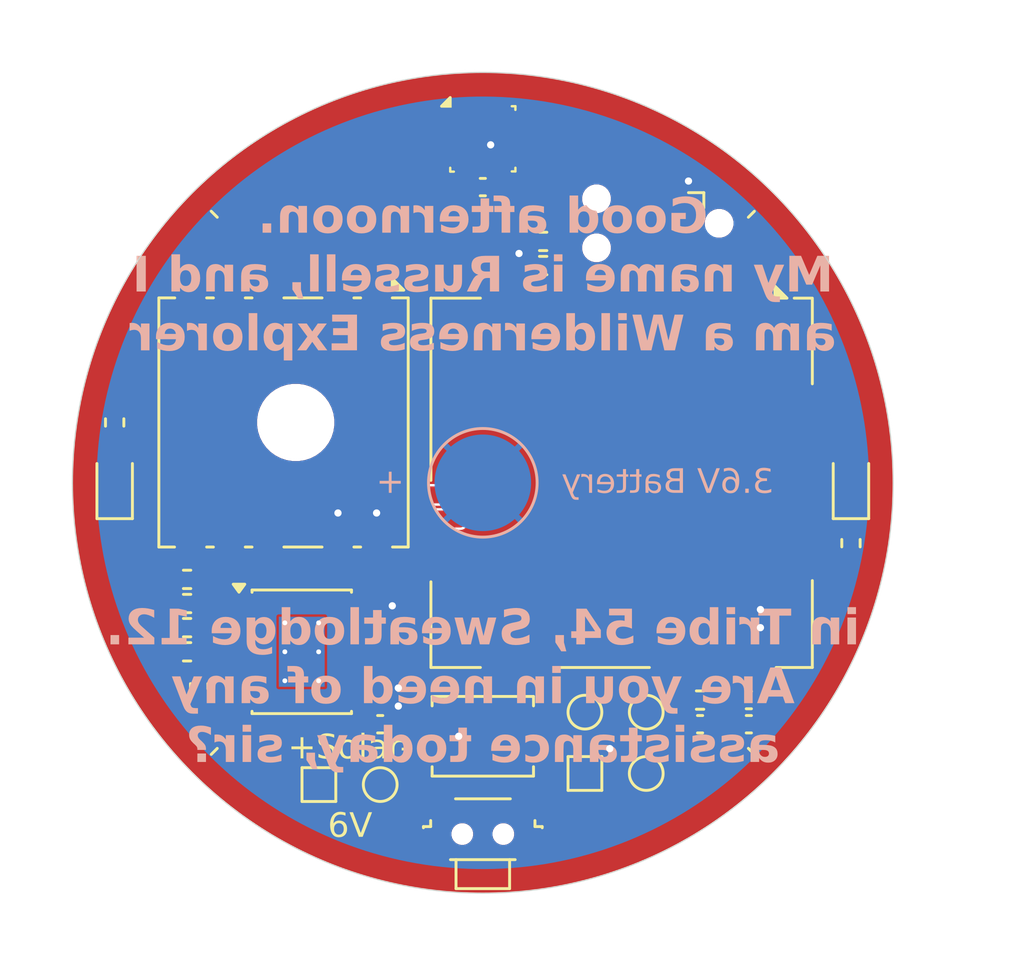
<source format=kicad_pcb>
(kicad_pcb (version 20241229) (generator "pcbnew") (generator_version "9.0")
  (layers (0 "F.Cu" signal) (2 "B.Cu" signal) (13 "F.Paste" user) (15 "B.Paste" user) (5 "F.SilkS" user "F.Silkscreen") (7 "B.SilkS" user "B.Silkscreen") (1 "F.Mask" user) (3 "B.Mask" user) (25 "Edge.Cuts" user))
  (net 0 "")
  (net 1 "+BATT")
  (net 15 "PH3_BOOT0")
  (net 17 "~{RST}")
  (net 18 "PA0_LED")
  (net 19 "PA15_GPS_EN")
  (net 21 "PA14_SWCLK")
  (net 22 "PA13_SWDIO")
  (net 23 "PA2_USART2_TX")
  (net 24 "PB7_USART1_RX")
  (net 25 "PB6_USART1_TX")
  (net 26 "PA3_USART2_RX")
  (net 27 "PA11_I2C2_SDA")
  (net 28 "PA12_I2C2_SCL")
  (net 29 "Net-(D1-K)")
  (net 30 "1PPS_LED")
  (net 31 "Net-(D2-A)")
  (net 32 "VBUS")
  (net 33 "Net-(U1-ISET)")
  (net 34 "GND")
  (net 35 "Net-(U1-TEMP)")
  (net 37 "PA4_DONE")
  (net 38 "PA5_CHRG")
  (footprint "RF_Module:RAK3172" (layer "F.Cu") (at 155.75 100 -90)
    (property "Reference" "U4" (hide yes))
    (property "Value" "RAK3172-xx-9-SM-xI")
    (fp_line (start -7.65 7.9) (end -0.1 7.9) (stroke (width 0.12)) (layer "F.SilkS"))
    (fp_line (start 4.1 7.9) (end 7.65 7.9) (stroke (width 0.12)) (layer "F.SilkS"))
    (fp_line (start 7.65 7.9) (end 7.65 5.85) (stroke (width 0.12)) (layer "F.SilkS"))
    (fp_line (start -7.65 5.85) (end -7.65 7.9) (stroke (width 0.12)) (layer "F.SilkS"))
    (fp_line (start 7.65 2.65) (end 7.65 -1.15) (stroke (width 0.12)) (layer "F.SilkS"))
    (fp_line (start 7.65 -6.4) (end 7.65 -7.9) (stroke (width 0.12)) (layer "F.SilkS"))
    (fp_line (start -7.65 -7.85) (end -7.65 -7.15) (stroke (width 0.12)) (layer "F.SilkS"))
    (fp_line (start -7.65 -7.9) (end -4.1 -7.9) (stroke (width 0.12)) (layer "F.SilkS"))
    (fp_line (start 7.65 -7.9) (end 4.05 -7.9) (stroke (width 0.12)) (layer "F.SilkS"))
    (fp_poly (pts (xy -7.65 -6.35) (xy -8.15 -6.35) (xy -7.65 -6.85) (xy -7.65 -6.35)) (stroke (width 0.12)) (fill yes) (layer "F.SilkS"))
    (pad "1" smd roundrect (at -7.4 -5.75 90) (size 1.8 0.7) (layers "F.Cu" "F.Mask" "F.Paste") (net 26 "PA3_USART2_RX"))
    (pad "2" smd roundrect (at -7.4 -4.75 90) (size 1.8 0.7) (layers "F.Cu" "F.Mask" "F.Paste") (net 23 "PA2_USART2_TX"))
    (pad "3" smd roundrect (at -7.4 -3.75 90) (size 1.8 0.7) (layers "F.Cu" "F.Mask" "F.Paste") (net 19 "PA15_GPS_EN"))
    (pad "4" smd roundrect (at -7.4 -2.75 90) (size 1.8 0.7) (layers "F.Cu" "F.Mask" "F.Paste") (net 25 "PB6_USART1_TX"))
    (pad "5" smd roundrect (at -7.4 -1.75 90) (size 1.8 0.7) (layers "F.Cu" "F.Mask" "F.Paste") (net 24 "PB7_USART1_RX"))
    (pad "6" smd roundrect (at -7.4 -0.75 90) (size 1.8 0.7) (layers "F.Cu" "F.Mask" "F.Paste"))
    (pad "7" smd roundrect (at -7.4 0.25 90) (size 1.8 0.7) (layers "F.Cu" "F.Mask" "F.Paste") (net 22 "PA13_SWDIO"))
    (pad "8" smd roundrect (at -7.4 1.25 90) (size 1.8 0.7) (layers "F.Cu" "F.Mask" "F.Paste") (net 21 "PA14_SWCLK"))
    (pad "9" smd roundrect (at -7.4 2.25 90) (size 1.8 0.7) (layers "F.Cu" "F.Mask" "F.Paste") (net 28 "PA12_I2C2_SCL"))
    (pad "10" smd roundrect (at -7.4 3.25 90) (size 1.8 0.7) (layers "F.Cu" "F.Mask" "F.Paste") (net 27 "PA11_I2C2_SDA"))
    (pad "11" smd roundrect (at -7.4 4.25 90) (size 1.8 0.7) (layers "F.Cu" "F.Mask" "F.Paste") (net 34 "GND"))
    (pad "12" smd roundrect (at -7.4 5.25 90) (size 1.8 0.7) (layers "F.Cu" "F.Mask" "F.Paste"))
    (pad "13" smd roundrect (at 0.5 7.4 180) (size 1.8 0.7) (layers "F.Cu" "F.Mask" "F.Paste"))
    (pad "14" smd roundrect (at 1.5 7.4 180) (size 1.8 0.7) (layers "F.Cu" "F.Mask" "F.Paste"))
    (pad "15" smd roundrect (at 2.5 7.4 180) (size 1.8 0.7) (layers "F.Cu" "F.Mask" "F.Paste") (net 38 "PA5_CHRG"))
    (pad "16" smd roundrect (at 3.5 7.4 180) (size 1.8 0.7) (layers "F.Cu" "F.Mask" "F.Paste") (net 37 "PA4_DONE"))
    (pad "17" smd roundrect (at 7.4 5.25 90) (size 1.8 0.7) (layers "F.Cu" "F.Mask" "F.Paste") (net 34 "GND"))
    (pad "18" smd roundrect (at 7.4 4.25 90) (size 1.8 0.7) (layers "F.Cu" "F.Mask" "F.Paste") (net 34 "GND"))
    (pad "19" smd roundrect (at 7.4 3.25 90) (size 1.8 0.7) (layers "F.Cu" "F.Mask" "F.Paste"))
    (pad "20" smd roundrect (at 7.4 -1.75 90) (size 1.8 0.7) (layers "F.Cu" "F.Mask" "F.Paste"))
    (pad "21" smd roundrect (at 7.4 -2.75 90) (size 1.8 0.7) (layers "F.Cu" "F.Mask" "F.Paste") (net 15 "PH3_BOOT0"))
    (pad "22" smd roundrect (at 7.4 -3.75 90) (size 1.8 0.7) (layers "F.Cu" "F.Mask" "F.Paste") (net 17 "~{RST}"))
    (pad "23" smd roundrect (at 7.4 -4.75 90) (size 1.8 0.7) (layers "F.Cu" "F.Mask" "F.Paste") (net 34 "GND"))
    (pad "24" smd roundrect (at 7.4 -5.75 90) (size 1.8 0.7) (layers "F.Cu" "F.Mask" "F.Paste") (net 1 "+BATT"))
    (pad "25" smd roundrect (at 3.5 -7.4 180) (size 1.8 0.7) (layers "F.Cu" "F.Mask" "F.Paste"))
    (pad "26" smd roundrect (at 2.5 -7.4 180) (size 1.8 0.7) (layers "F.Cu" "F.Mask" "F.Paste"))
    (pad "27" smd roundrect (at 1.5 -7.4 180) (size 1.8 0.7) (layers "F.Cu" "F.Mask" "F.Paste"))
    (pad "28" smd roundrect (at 0.5 -7.4 180) (size 1.8 0.7) (layers "F.Cu" "F.Mask" "F.Paste") (net 34 "GND"))
    (pad "29" smd roundrect (at -0.5 -7.4 180) (size 1.8 0.7) (layers "F.Cu" "F.Mask" "F.Paste") (net 18 "PA0_LED"))
    (pad "30" smd roundrect (at -1.5 -7.4 180) (size 1.8 0.7) (layers "F.Cu" "F.Mask" "F.Paste"))
    (pad "31" smd roundrect (at -2.5 -7.4 180) (size 1.8 0.7) (layers "F.Cu" "F.Mask" "F.Paste"))
    (pad "32" smd roundrect (at -3.5 -7.4 180) (size 1.8 0.7) (layers "F.Cu" "F.Mask" "F.Paste"))
  )
  (footprint "RF_GPS:CDTop_CD-PA1010" (layer "F.Cu") (at 141.75 97.5 -90)
    (property "Reference" "U3" (hide yes))
    (property "Value" "CD-PA1010D")
    (fp_line (start -5.16 5.17) (end 5.16 5.17) (stroke (width 0.12)) (layer "F.SilkS"))
    (fp_line (start -5.16 5.17) (end -5.16 4.51) (stroke (width 0.12)) (layer "F.SilkS"))
    (fp_line (start 5.16 4.52) (end 5.16 5.17) (stroke (width 0.12)) (layer "F.SilkS"))
    (fp_line (start -5.16 3.19) (end -5.16 2.91) (stroke (width 0.12)) (layer "F.SilkS"))
    (fp_line (start 5.16 3.19) (end 5.16 2.91) (stroke (width 0.12)) (layer "F.SilkS"))
    (fp_line (start -5.16 1.59) (end -5.16 1.31) (stroke (width 0.12)) (layer "F.SilkS"))
    (fp_line (start 5.16 1.59) (end 5.16 1.31) (stroke (width 0.12)) (layer "F.SilkS"))
    (fp_line (start -5.16 -0.01) (end -5.16 -1.59) (stroke (width 0.12)) (layer "F.SilkS"))
    (fp_line (start 5.16 -0.01) (end 5.16 -1.59) (stroke (width 0.12)) (layer "F.SilkS"))
    (fp_line (start -5.16 -2.91) (end -5.16 -3.19) (stroke (width 0.12)) (layer "F.SilkS"))
    (fp_line (start 5.16 -2.91) (end 5.16 -3.19) (stroke (width 0.12)) (layer "F.SilkS"))
    (fp_line (start -5.16 -4.5) (end -5.16 -5.16) (stroke (width 0.12)) (layer "F.SilkS"))
    (fp_line (start -5.16 -5.16) (end 5.16 -5.16) (stroke (width 0.12)) (layer "F.SilkS"))
    (fp_line (start 5.16 -5.16) (end 5.16 -4.51) (stroke (width 0.12)) (layer "F.SilkS"))
    (fp_poly (pts (xy -5.48 -4.496644) (xy -5.48 -4.976644) (xy -5.96 -4.496644)) (stroke (width 0.12)) (fill yes) (layer "F.SilkS"))
    (pad "" np_thru_hole circle (at 0 -0.5 270) (size 3 3) (drill 3) (layers "*.Cu" "*.Mask"))
    (pad "1" smd roundrect (at -5 -3.85 270) (size 1.5 0.8) (layers "F.Cu" "F.Mask" "F.Paste"))
    (pad "2" smd roundrect (at -5 -2.25 270) (size 1.5 0.8) (layers "F.Cu" "F.Mask" "F.Paste"))
    (pad "3" smd roundrect (at -5 0.65 270) (size 1.5 0.8) (layers "F.Cu" "F.Mask" "F.Paste") (net 30 "1PPS_LED"))
    (pad "4" smd roundrect (at -5 2.25 270) (size 1.5 0.8) (layers "F.Cu" "F.Mask" "F.Paste") (net 24 "PB7_USART1_RX"))
    (pad "5" smd roundrect (at -5 3.85 270) (size 1.5 0.8) (layers "F.Cu" "F.Mask" "F.Paste") (net 25 "PB6_USART1_TX"))
    (pad "6" smd roundrect (at 5 3.85 270) (size 1.5 0.8) (layers "F.Cu" "F.Mask" "F.Paste"))
    (pad "7" smd roundrect (at 5 2.25 270) (size 1.5 0.8) (layers "F.Cu" "F.Mask" "F.Paste") (net 34 "GND"))
    (pad "8" smd roundrect (at 5 0.65 270) (size 1.5 0.8) (layers "F.Cu" "F.Mask" "F.Paste") (net 19 "PA15_GPS_EN"))
    (pad "9" smd roundrect (at 5 -2.25 270) (size 1.5 0.8) (layers "F.Cu" "F.Mask" "F.Paste") (net 1 "+BATT"))
    (pad "10" smd roundrect (at 5 -3.85 270) (size 1.5 0.8) (layers "F.Cu" "F.Mask" "F.Paste") (net 1 "+BATT"))
  )
  (footprint "Resistor_SMD:R_0402_1005Metric" (layer "F.Cu") (at 159 109 180)
    (property "Reference" "R3" (hide yes))
    (property "Value" "10k")
    (fp_line (start -0.153641 0.38) (end 0.153641 0.38) (stroke (width 0.12)) (layer "F.SilkS"))
    (fp_line (start -0.153641 -0.38) (end 0.153641 -0.38) (stroke (width 0.12)) (layer "F.SilkS"))
    (pad "1" smd roundrect (at -0.509999 0 180) (size 0.54 0.64) (layers "F.Cu" "F.Mask" "F.Paste") (net 34 "GND"))
    (pad "2" smd roundrect (at 0.509999 0 180) (size 0.54 0.64) (layers "F.Cu" "F.Mask" "F.Paste") (net 15 "PH3_BOOT0"))
  )
  (footprint "Resistor_SMD:R_0402_1005Metric" (layer "F.Cu") (at 152.5 90)
    (property "Reference" "R7" (hide yes))
    (property "Value" "4.7k")
    (fp_line (start -0.153641 -0.38) (end 0.153641 -0.38) (stroke (width 0.12)) (layer "F.SilkS"))
    (fp_line (start -0.153641 0.38) (end 0.153641 0.38) (stroke (width 0.12)) (layer "F.SilkS"))
    (pad "1" smd roundrect (at -0.509999 0) (size 0.54 0.64) (layers "F.Cu" "F.Mask" "F.Paste") (net 1 "+BATT"))
    (pad "2" smd roundrect (at 0.509999 0) (size 0.54 0.64) (layers "F.Cu" "F.Mask" "F.Paste") (net 28 "PA12_I2C2_SCL"))
  )
  (footprint "Resistor_SMD:R_0402_1005Metric" (layer "F.Cu") (at 165.25 102.5 -90)
    (property "Reference" "R1" (hide yes))
    (property "Value" "1k")
    (fp_line (start -0.153641 0.38) (end 0.153641 0.38) (stroke (width 0.12)) (layer "F.SilkS"))
    (fp_line (start -0.153641 -0.38) (end 0.153641 -0.38) (stroke (width 0.12)) (layer "F.SilkS"))
    (pad "1" smd roundrect (at -0.51 0 270) (size 0.54 0.64) (layers "F.Cu" "F.Mask" "F.Paste") (net 29 "Net-(D1-K)"))
    (pad "2" smd roundrect (at 0.51 0 270) (size 0.54 0.64) (layers "F.Cu" "F.Mask" "F.Paste") (net 34 "GND"))
  )
  (footprint "Resistor_SMD:R_0402_1005Metric" (layer "F.Cu") (at 152.5 91)
    (property "Reference" "R6" (hide yes))
    (property "Value" "4.7k")
    (fp_line (start -0.153641 -0.38) (end 0.153641 -0.38) (stroke (width 0.12)) (layer "F.SilkS"))
    (fp_line (start -0.153641 0.38) (end 0.153641 0.38) (stroke (width 0.12)) (layer "F.SilkS"))
    (pad "1" smd roundrect (at -0.509999 0) (size 0.54 0.64) (layers "F.Cu" "F.Mask" "F.Paste") (net 1 "+BATT"))
    (pad "2" smd roundrect (at 0.509999 0) (size 0.54 0.64) (layers "F.Cu" "F.Mask" "F.Paste") (net 27 "PA11_I2C2_SDA"))
  )
  (footprint "Resistor_SMD:R_0402_1005Metric" (layer "F.Cu") (at 134.75 97.5 -90)
    (property "Reference" "R4" (hide yes))
    (property "Value" "1k")
    (fp_line (start -0.153641 0.38) (end 0.153641 0.38) (stroke (width 0.12)) (layer "F.SilkS"))
    (fp_line (start -0.153641 -0.38) (end 0.153641 -0.38) (stroke (width 0.12)) (layer "F.SilkS"))
    (pad "1" smd roundrect (at -0.509999 0 270) (size 0.54 0.64) (layers "F.Cu" "F.Mask" "F.Paste") (net 30 "1PPS_LED"))
    (pad "2" smd roundrect (at 0.509999 0 270) (size 0.54 0.64) (layers "F.Cu" "F.Mask" "F.Paste") (net 31 "Net-(D2-A)"))
  )
  (footprint "TestPoint:TestPoint_Pad_1.0x1.0mm" (layer "F.Cu") (at 154.23 112.04)
    (property "Reference" "TP4" (hide yes))
    (property "Value" "TestPoint")
    (fp_line (start -0.7 -0.7) (end 0.7 -0.7) (stroke (width 0.12)) (layer "F.SilkS"))
    (fp_line (start -0.7 0.7) (end -0.7 -0.7) (stroke (width 0.12)) (layer "F.SilkS"))
    (fp_line (start 0.7 -0.7) (end 0.7 0.7) (stroke (width 0.12)) (layer "F.SilkS"))
    (fp_line (start 0.7 0.7) (end -0.7 0.7) (stroke (width 0.12)) (layer "F.SilkS"))
    (pad "1" smd rect (at 0 0) (size 1 1) (layers "F.Cu" "F.Mask") (net 1 "+BATT"))
  )
  (footprint "Button_Switch_SMD:SW_SPST_Shouhan_TS24CA" (layer "F.Cu") (at 150 114.25 180)
    (property "Reference" "SW1" (hide yes))
    (property "Value" "SW_Push_Shielded")
    (fp_line (start 2.46 0.01) (end 2.46 -0.04) (stroke (width 0.12)) (layer "F.SilkS"))
    (fp_line (start 2.16 0.01) (end 2.46 0.01) (stroke (width 0.12)) (layer "F.SilkS"))
    (fp_line (start 2.16 0.01) (end 2.16 0.26) (stroke (width 0.12)) (layer "F.SilkS"))
    (fp_line (start 1.11 -1.36) (end 1.11 -2.56) (stroke (width 0.12)) (layer "F.SilkS"))
    (fp_line (start 1.11 -2.56) (end -1.11 -2.56) (stroke (width 0.12)) (layer "F.SilkS"))
    (fp_line (start -1.11 -2.56) (end -1.11 -1.36) (stroke (width 0.12)) (layer "F.SilkS"))
    (fp_line (start -1.14 1.16) (end 1.13 1.16) (stroke (width 0.12)) (layer "F.SilkS"))
    (fp_line (start -1.34 -1.36) (end 1.34 -1.36) (stroke (width 0.12)) (layer "F.SilkS"))
    (fp_line (start -2.16 0.01) (end -2.16 0.26) (stroke (width 0.12)) (layer "F.SilkS"))
    (fp_line (start -2.16 0.01) (end -2.46 0.01) (stroke (width 0.12)) (layer "F.SilkS"))
    (fp_line (start -2.46 0.01) (end -2.46 -0.04) (stroke (width 0.12)) (layer "F.SilkS"))
    (pad "" np_thru_hole circle (at -0.85 -0.3 180) (size 0.7 0.7) (drill 0.7) (layers "*.Cu" "*.Mask"))
    (pad "" np_thru_hole circle (at 0.85 -0.3 180) (size 0.7 0.7) (drill 0.7) (layers "*.Cu" "*.Mask"))
    (pad "1" smd roundrect (at -1.7 1 180) (size 0.6 1.2) (layers "F.Cu" "F.Mask" "F.Paste") (net 17 "~{RST}"))
    (pad "2" smd roundrect (at 1.7 1 180) (size 0.6 1.2) (layers "F.Cu" "F.Mask" "F.Paste") (net 34 "GND"))
    (pad "SH" smd custom (at -2.125 -1.275 180) (size 0.85 0.65) (layers "F.Cu" "F.Mask" "F.Paste") (net 34 "GND") (options (clearance outline) (anchor rect)) (primitives (gr_poly (pts (arc (start -0.425 -0.325) (mid -0.495711 -0.295711) (end -0.525 -0.225)) (arc (start -0.525 0.875) (mid -0.495711 0.945711) (end -0.425 0.975)) (arc (start 0.025 0.975) (mid 0.095711 0.945711) (end 0.125 0.875)) (arc (start 0.125 0.425) (mid 0.154289 0.354289) (end 0.225 0.325)) (arc (start 0.425 0.325) (mid 0.495711 0.295711) (end 0.525 0.225)) (arc (start 0.525 -0.225) (mid 0.495711 -0.295711) (end 0.425 -0.325))) (width 0) (fill yes))))
    (pad "SH" smd custom (at 2.125 -1.275 180) (size 0.85 0.65) (layers "F.Cu" "F.Mask" "F.Paste") (net 34 "GND") (options (clearance outline) (anchor rect)) (primitives (gr_poly (pts (arc (start 0.425 -0.325) (mid 0.495711 -0.295711) (end 0.525 -0.225)) (arc (start 0.525 0.875) (mid 0.495711 0.945711) (end 0.425 0.975)) (arc (start -0.025 0.975) (mid -0.095711 0.945711) (end -0.125 0.875)) (arc (start -0.125 0.425) (mid -0.154289 0.354289) (end -0.225 0.325)) (arc (start -0.425 0.325) (mid -0.495711 0.295711) (end -0.525 0.225)) (arc (start -0.525 -0.225) (mid -0.495711 -0.295711) (end -0.425 -0.325))) (width 0) (fill yes))))
  )
  (footprint "Capacitor_SMD:C_0402_1005Metric" (layer "F.Cu") (at 161.02 110 180)
    (property "Reference" "C2" (hide yes))
    (property "Value" "10uF")
    (fp_line (start -0.107836 0.36) (end 0.107836 0.36) (stroke (width 0.12)) (layer "F.SilkS"))
    (fp_line (start -0.107836 -0.36) (end 0.107836 -0.36) (stroke (width 0.12)) (layer "F.SilkS"))
    (pad "1" smd roundrect (at -0.48 0 180) (size 0.56 0.62) (layers "F.Cu" "F.Mask" "F.Paste") (net 1 "+BATT"))
    (pad "2" smd roundrect (at 0.48 0 180) (size 0.56 0.62) (layers "F.Cu" "F.Mask" "F.Paste") (net 34 "GND"))
  )
  (footprint "TestPoint:TestPoint_Pad_D1.0mm" (layer "F.Cu") (at 156.77 109.5)
    (property "Reference" "TP3" (hide yes))
    (property "Value" "TestPoint")
    (fp_circle (center 0 0) (end 0 0.7) (stroke (width 0.12)) (fill no) (layer "F.SilkS"))
    (pad "1" smd circle (at 0 0) (size 1 1) (layers "F.Cu" "F.Mask") (net 26 "PA3_USART2_RX"))
  )
  (footprint "TestPoint:TestPoint_Pad_1.0x1.0mm" (layer "F.Cu") (at 143.21 112.5)
    (property "Reference" "TP6" (hide yes))
    (property "Value" "TestPoint")
    (fp_line (start -0.7 -0.7) (end 0.7 -0.7) (stroke (width 0.12)) (layer "F.SilkS"))
    (fp_line (start -0.7 0.7) (end -0.7 -0.7) (stroke (width 0.12)) (layer "F.SilkS"))
    (fp_line (start 0.7 -0.7) (end 0.7 0.7) (stroke (width 0.12)) (layer "F.SilkS"))
    (fp_line (start 0.7 0.7) (end -0.7 0.7) (stroke (width 0.12)) (layer "F.SilkS"))
    (pad "1" smd rect (at 0 0) (size 1 1) (layers "F.Cu" "F.Mask") (net 32 "VBUS"))
  )
  (footprint "LED_SMD:LED_0603_1608Metric" (layer "F.Cu") (at 134.75 100 90)
    (property "Reference" "D2" (hide yes))
    (property "Value" "Amber")
    (fp_line (start 0.8 -0.735) (end -1.485 -0.735) (stroke (width 0.12)) (layer "F.SilkS"))
    (fp_line (start -1.485 -0.735) (end -1.485 0.735) (stroke (width 0.12)) (layer "F.SilkS"))
    (fp_line (start -1.485 0.735) (end 0.8 0.735) (stroke (width 0.12)) (layer "F.SilkS"))
    (pad "1" smd roundrect (at -0.7875 0 90) (size 0.875 0.95) (layers "F.Cu" "F.Mask" "F.Paste") (net 34 "GND"))
    (pad "2" smd roundrect (at 0.7875 0 90) (size 0.875 0.95) (layers "F.Cu" "F.Mask" "F.Paste") (net 31 "Net-(D2-A)"))
  )
  (footprint "TestPoint:TestPoint_Pad_D1.0mm" (layer "F.Cu") (at 156.77 112.04)
    (property "Reference" "TP5" (hide yes))
    (property "Value" "TestPoint")
    (fp_circle (center 0 0) (end 0 0.7) (stroke (width 0.12)) (fill no) (layer "F.SilkS"))
    (pad "1" smd circle (at 0 0) (size 1 1) (layers "F.Cu" "F.Mask") (net 34 "GND"))
  )
  (footprint "Capacitor_SMD:C_0402_1005Metric" (layer "F.Cu") (at 159 110)
    (property "Reference" "C3" (hide yes))
    (property "Value" "100nF")
    (fp_line (start -0.107836 -0.36) (end 0.107836 -0.36) (stroke (width 0.12)) (layer "F.SilkS"))
    (fp_line (start -0.107836 0.36) (end 0.107836 0.36) (stroke (width 0.12)) (layer "F.SilkS"))
    (pad "1" smd roundrect (at -0.48 0) (size 0.56 0.62) (layers "F.Cu" "F.Mask" "F.Paste") (net 17 "~{RST}"))
    (pad "2" smd roundrect (at 0.48 0) (size 0.56 0.62) (layers "F.Cu" "F.Mask" "F.Paste") (net 34 "GND"))
  )
  (footprint "Capacitor_SMD:C_0402_1005Metric" (layer "F.Cu") (at 150 87.750001 180)
    (property "Reference" "C4" (hide yes))
    (property "Value" "100nF")
    (fp_line (start -0.107836 0.36) (end 0.107836 0.36) (stroke (width 0.12)) (layer "F.SilkS"))
    (fp_line (start -0.107836 -0.36) (end 0.107836 -0.36) (stroke (width 0.12)) (layer "F.SilkS"))
    (pad "1" smd roundrect (at -0.48 0 180) (size 0.56 0.62) (layers "F.Cu" "F.Mask" "F.Paste") (net 1 "+BATT"))
    (pad "2" smd roundrect (at 0.48 0 180) (size 0.56 0.62) (layers "F.Cu" "F.Mask" "F.Paste") (net 34 "GND"))
  )
  (footprint "Resistor_SMD:R_0402_1005Metric" (layer "F.Cu") (at 137.75 107 180)
    (property "Reference" "R5" (hide yes))
    (property "Value" "1.2k")
    (fp_line (start -0.153641 0.38) (end 0.153641 0.38) (stroke (width 0.12)) (layer "F.SilkS"))
    (fp_line (start -0.153641 -0.38) (end 0.153641 -0.38) (stroke (width 0.12)) (layer "F.SilkS"))
    (pad "1" smd roundrect (at -0.509999 0 180) (size 0.54 0.64) (layers "F.Cu" "F.Mask" "F.Paste") (net 33 "Net-(U1-ISET)"))
    (pad "2" smd roundrect (at 0.509999 0 180) (size 0.54 0.64) (layers "F.Cu" "F.Mask" "F.Paste") (net 34 "GND"))
  )
  (footprint "TestPoint:TestPoint_Pad_D1.0mm" (layer "F.Cu") (at 145.75 112.5)
    (property "Reference" "TP7" (hide yes))
    (property "Value" "TestPoint")
    (fp_circle (center 0 0) (end 0 0.7) (stroke (width 0.12)) (fill no) (layer "F.SilkS"))
    (pad "1" smd circle (at 0 0) (size 1 1) (layers "F.Cu" "F.Mask") (net 34 "GND"))
  )
  (footprint "Button_Switch_SMD:SW_SPST_TS-1088-xR020" (layer "F.Cu") (at 150 110.5)
    (property "Reference" "SW2" (hide yes))
    (property "Value" "SW_Push")
    (fp_line (start -2.1 -1.65) (end 2.1 -1.65) (stroke (width 0.12)) (layer "F.SilkS"))
    (fp_line (start -2.1 -1.26) (end -2.1 -1.65) (stroke (width 0.12)) (layer "F.SilkS"))
    (fp_line (start -2.1 1.26) (end -2.1 1.65) (stroke (width 0.12)) (layer "F.SilkS"))
    (fp_line (start -2.1 1.65) (end 2.1 1.65) (stroke (width 0.12)) (layer "F.SilkS"))
    (fp_line (start 2.1 -1.65) (end 2.1 -1.26) (stroke (width 0.12)) (layer "F.SilkS"))
    (fp_line (start 2.1 1.65) (end 2.1 1.26) (stroke (width 0.12)) (layer "F.SilkS"))
    (pad "1" smd roundrect (at -2.225001 0) (size 1.05 2) (layers "F.Cu" "F.Mask" "F.Paste") (roundrect_rratio 0.2380952381) (net 1 "+BATT"))
    (pad "2" smd roundrect (at 2.225001 0) (size 1.05 2) (layers "F.Cu" "F.Mask" "F.Paste") (roundrect_rratio 0.2380952381) (net 15 "PH3_BOOT0"))
  )
  (footprint "Connector:Tag-Connect_TC2030-IDC-NL_2x03_P1.27mm_Vertical" (layer "F.Cu") (at 157.25 89.25 180)
    (property "Reference" "J3" (hide yes))
    (property "Value" "Conn_ARM_SWD_TagConnect_TC2030-NL")
    (fp_line (start -1.27 1.27) (end -1.905 1.27) (stroke (width 0.12)) (layer "F.SilkS"))
    (fp_line (start -1.905 1.27) (end -1.905 0.635) (stroke (width 0.12)) (layer "F.SilkS"))
    (pad "" np_thru_hole circle (at -2.54 0 180) (size 0.9906 0.9906) (drill 0.9906) (layers "*.Cu" "*.Mask"))
    (pad "" np_thru_hole circle (at 2.54 -1.016 180) (size 0.9906 0.9906) (drill 0.9906) (layers "*.Cu" "*.Mask"))
    (pad "" np_thru_hole circle (at 2.54 1.016 180) (size 0.9906 0.9906) (drill 0.9906) (layers "*.Cu" "*.Mask"))
    (pad "1" connect circle (at -1.27 0.635 180) (size 0.7874 0.7874) (layers "F.Cu" "F.Mask") (net 1 "+BATT"))
    (pad "2" connect circle (at -1.27 -0.635 180) (size 0.7874 0.7874) (layers "F.Cu" "F.Mask") (net 22 "PA13_SWDIO"))
    (pad "3" connect circle (at 0 0.635 180) (size 0.7874 0.7874) (layers "F.Cu" "F.Mask") (net 17 "~{RST}"))
    (pad "4" connect circle (at 0 -0.635 180) (size 0.7874 0.7874) (layers "F.Cu" "F.Mask") (net 21 "PA14_SWCLK"))
    (pad "5" connect circle (at 1.27 0.635 180) (size 0.7874 0.7874) (layers "F.Cu" "F.Mask") (net 34 "GND"))
    (pad "6" connect circle (at 1.27 -0.635 180) (size 0.7874 0.7874) (layers "F.Cu" "F.Mask"))
    (zone (net 0) (net_name "") (layer "F.Cu") (connect_pads (clearance 0)) (min_thickness 0.254)
      (keepout (tracks allowed) (vias not_allowed) (pads allowed) (copperpour not_allowed) (footprints not_allowed))
      (fill (thermal_gap 0.508) (thermal_bridge_width 0.508))
      (polygon (pts (xy 155.98 89.885) (xy 158.52 89.885) (xy 158.52 88.615) (xy 155.98 88.615)))
    )
  )
  (footprint "Capacitor_SMD:C_0402_1005Metric" (layer "F.Cu") (at 161.02 109 180)
    (property "Reference" "C1" (hide yes))
    (property "Value" "100nF")
    (fp_line (start -0.107836 0.36) (end 0.107836 0.36) (stroke (width 0.12)) (layer "F.SilkS"))
    (fp_line (start -0.107836 -0.36) (end 0.107836 -0.36) (stroke (width 0.12)) (layer "F.SilkS"))
    (pad "1" smd roundrect (at -0.48 0 180) (size 0.56 0.62) (layers "F.Cu" "F.Mask" "F.Paste") (net 1 "+BATT"))
    (pad "2" smd roundrect (at 0.48 0 180) (size 0.56 0.62) (layers "F.Cu" "F.Mask" "F.Paste") (net 34 "GND"))
  )
  (footprint "LED_SMD:LED_0603_1608Metric" (layer "F.Cu") (at 165.25 100 90)
    (property "Reference" "D1" (hide yes))
    (property "Value" "Red")
    (fp_line (start 0.8 -0.735) (end -1.485 -0.735) (stroke (width 0.12)) (layer "F.SilkS"))
    (fp_line (start -1.485 -0.735) (end -1.485 0.735) (stroke (width 0.12)) (layer "F.SilkS"))
    (fp_line (start -1.485 0.735) (end 0.8 0.735) (stroke (width 0.12)) (layer "F.SilkS"))
    (pad "1" smd roundrect (at -0.7875 0 90) (size 0.875 0.95) (layers "F.Cu" "F.Mask" "F.Paste") (net 29 "Net-(D1-K)"))
    (pad "2" smd roundrect (at 0.7875 0 90) (size 0.875 0.95) (layers "F.Cu" "F.Mask" "F.Paste") (net 18 "PA0_LED"))
  )
  (footprint "TestPoint:TestPoint_Pad_D1.0mm" (layer "F.Cu") (at 154.23 109.5)
    (property "Reference" "TP2" (hide yes))
    (property "Value" "TestPoint")
    (fp_circle (center 0 0) (end 0 0.7) (stroke (width 0.12)) (fill no) (layer "F.SilkS"))
    (pad "1" smd circle (at 0 0) (size 1 1) (layers "F.Cu" "F.Mask") (net 23 "PA2_USART2_TX"))
  )
  (footprint "Package_SO:SOIC-8-1EP_3.9x4.9mm_P1.27mm_EP2.41x3.3mm_ThermalVias" (layer "F.Cu") (at 142.5 107)
    (property "Reference" "U1" (hide yes))
    (property "Value" "CN3158")
    (fp_line (start -2.06 -2.559999) (end 2.06 -2.559999) (stroke (width 0.12)) (layer "F.SilkS"))
    (fp_line (start -2.06 -2.465) (end -2.06 -2.559999) (stroke (width 0.12)) (layer "F.SilkS"))
    (fp_line (start -2.06 2.559999) (end -2.06 2.465) (stroke (width 0.12)) (layer "F.SilkS"))
    (fp_line (start 2.06 -2.559999) (end 2.06 -2.465) (stroke (width 0.12)) (layer "F.SilkS"))
    (fp_line (start 2.06 2.465) (end 2.06 2.559999) (stroke (width 0.12)) (layer "F.SilkS"))
    (fp_line (start 2.06 2.559999) (end -2.06 2.559999) (stroke (width 0.12)) (layer "F.SilkS"))
    (fp_poly (pts (xy -2.6 -2.47) (xy -2.84 -2.8) (xy -2.36 -2.8)) (stroke (width 0.12)) (fill yes) (layer "F.SilkS"))
    (pad "1" smd roundrect (at -2.475 -1.905) (size 1.95 0.6) (layers "F.Cu" "F.Mask" "F.Paste") (net 35 "Net-(U1-TEMP)"))
    (pad "2" smd roundrect (at -2.475 -0.635) (size 1.95 0.6) (layers "F.Cu" "F.Mask" "F.Paste") (net 33 "Net-(U1-ISET)"))
    (pad "3" smd roundrect (at -2.475 0.635) (size 1.95 0.6) (layers "F.Cu" "F.Mask" "F.Paste") (net 34 "GND"))
    (pad "4" smd roundrect (at -2.475 1.905) (size 1.95 0.6) (layers "F.Cu" "F.Mask" "F.Paste") (net 32 "VBUS"))
    (pad "5" smd roundrect (at 2.475 1.905) (size 1.95 0.6) (layers "F.Cu" "F.Mask" "F.Paste") (net 1 "+BATT"))
    (pad "6" smd roundrect (at 2.475 0.635) (size 1.95 0.6) (layers "F.Cu" "F.Mask" "F.Paste") (net 37 "PA4_DONE"))
    (pad "7" smd roundrect (at 2.475 -0.635) (size 1.95 0.6) (layers "F.Cu" "F.Mask" "F.Paste") (net 38 "PA5_CHRG"))
    (pad "8" smd roundrect (at 2.475 -1.905) (size 1.95 0.6) (layers "F.Cu" "F.Mask" "F.Paste") (net 1 "+BATT"))
    (pad "9" thru_hole circle (at -0.7 -1.2) (size 0.5 0.5) (drill 0.2) (property pad_prop_heatsink) (layers "*.Cu") (net 34 "GND"))
    (pad "9" thru_hole circle (at -0.7 0) (size 0.5 0.5) (drill 0.2) (property pad_prop_heatsink) (layers "*.Cu") (net 34 "GND"))
    (pad "9" thru_hole circle (at -0.7 1.2) (size 0.5 0.5) (drill 0.2) (property pad_prop_heatsink) (layers "*.Cu") (net 34 "GND"))
    (pad "9" smd rect (at 0 0) (size 1.9 2.9) (property pad_prop_heatsink) (layers "B.Cu") (net 34 "GND"))
    (pad "9" smd rect (at 0 0) (size 2.41 3.3) (property pad_prop_heatsink) (layers "F.Cu" "F.Mask") (net 34 "GND"))
    (pad "9" thru_hole circle (at 0.7 -1.2) (size 0.5 0.5) (drill 0.2) (property pad_prop_heatsink) (layers "*.Cu") (net 34 "GND"))
    (pad "9" thru_hole circle (at 0.7 0) (size 0.5 0.5) (drill 0.2) (property pad_prop_heatsink) (layers "*.Cu") (net 34 "GND"))
    (pad "9" thru_hole circle (at 0.7 1.2) (size 0.5 0.5) (drill 0.2) (property pad_prop_heatsink) (layers "*.Cu") (net 34 "GND"))
  )
  (footprint "Capacitor_SMD:C_0402_1005Metric" (layer "F.Cu") (at 145.75 110 180)
    (property "Reference" "C5" (hide yes))
    (property "Value" "1uF")
    (fp_line (start -0.107836 0.36) (end 0.107836 0.36) (stroke (width 0.12)) (layer "F.SilkS"))
    (fp_line (start -0.107836 -0.36) (end 0.107836 -0.36) (stroke (width 0.12)) (layer "F.SilkS"))
    (pad "1" smd roundrect (at -0.48 0 180) (size 0.56 0.62) (layers "F.Cu" "F.Mask" "F.Paste") (net 1 "+BATT"))
    (pad "2" smd roundrect (at 0.48 0 180) (size 0.56 0.62) (layers "F.Cu" "F.Mask" "F.Paste") (net 34 "GND"))
  )
  (footprint "Package_LGA:Bosch_LGA-8_2.5x2.5mm_P0.65mm_ClockwisePinNumbering" (layer "F.Cu") (at 150 85.75)
    (property "Reference" "U2" (hide yes))
    (property "Value" "BME280")
    (fp_line (start -1.35 1.35) (end -1.35 1.2) (stroke (width 0.1)) (layer "F.SilkS"))
    (fp_line (start -1.35 1.36) (end -1.2 1.36) (stroke (width 0.1)) (layer "F.SilkS"))
    (fp_line (start 1.2 -1.35) (end 1.35 -1.35) (stroke (width 0.1)) (layer "F.SilkS"))
    (fp_line (start 1.35 -1.35) (end 1.35 -1.2) (stroke (width 0.1)) (layer "F.SilkS"))
    (fp_line (start 1.35 1.35) (end 1.2 1.35) (stroke (width 0.1)) (layer "F.SilkS"))
    (fp_line (start 1.35 1.35) (end 1.35 1.2) (stroke (width 0.1)) (layer "F.SilkS"))
    (fp_poly (pts (xy -1.35 -1.35) (xy -1.71 -1.35) (xy -1.35 -1.71) (xy -1.35 -1.35)) (stroke (width 0.12)) (fill yes) (layer "F.SilkS"))
    (pad "1" smd rect (at -0.975001 -1.025 90) (size 0.5 0.35) (layers "F.Cu" "F.Mask" "F.Paste") (net 34 "GND"))
    (pad "2" smd rect (at -0.325 -1.025 90) (size 0.5 0.35) (layers "F.Cu" "F.Mask" "F.Paste") (net 1 "+BATT"))
    (pad "3" smd rect (at 0.325 -1.025 90) (size 0.5 0.35) (layers "F.Cu" "F.Mask" "F.Paste") (net 27 "PA11_I2C2_SDA"))
    (pad "4" smd rect (at 0.975001 -1.025 90) (size 0.5 0.35) (layers "F.Cu" "F.Mask" "F.Paste") (net 28 "PA12_I2C2_SCL"))
    (pad "5" smd rect (at 0.975001 1.025 90) (size 0.5 0.35) (layers "F.Cu" "F.Mask" "F.Paste") (net 34 "GND"))
    (pad "6" smd rect (at 0.325 1.025 90) (size 0.5 0.35) (layers "F.Cu" "F.Mask" "F.Paste") (net 1 "+BATT"))
    (pad "7" smd rect (at -0.325 1.025 90) (size 0.5 0.35) (layers "F.Cu" "F.Mask" "F.Paste") (net 34 "GND"))
    (pad "8" smd rect (at -0.975001 1.025 90) (size 0.5 0.35) (layers "F.Cu" "F.Mask" "F.Paste") (net 1 "+BATT"))
  )
  (footprint "Resistor_SMD:R_0402_1005Metric" (layer "F.Cu") (at 137.75 105 180)
    (property "Reference" "TH8" (hide yes))
    (property "Value" "0")
    (fp_line (start -0.153641 0.38) (end 0.153641 0.38) (stroke (width 0.12)) (layer "F.SilkS"))
    (fp_line (start -0.153641 -0.38) (end 0.153641 -0.38) (stroke (width 0.12)) (layer "F.SilkS"))
    (pad "1" smd roundrect (at -0.509999 0 180) (size 0.54 0.64) (layers "F.Cu" "F.Mask" "F.Paste") (net 35 "Net-(U1-TEMP)"))
    (pad "2" smd roundrect (at 0.509999 0 180) (size 0.54 0.64) (layers "F.Cu" "F.Mask" "F.Paste") (net 34 "GND"))
  )
  (footprint "Resistor_SMD:R_0402_1005Metric" (layer "F.Cu") (at 137.75 104)
    (property "Reference" "R2" (hide yes))
    (property "Value" "10k")
    (fp_line (start -0.153641 -0.38) (end 0.153641 -0.38) (stroke (width 0.12)) (layer "F.SilkS"))
    (fp_line (start -0.153641 0.38) (end 0.153641 0.38) (stroke (width 0.12)) (layer "F.SilkS"))
    (pad "1" smd roundrect (at -0.509999 0) (size 0.54 0.64) (layers "F.Cu" "F.Mask" "F.Paste") (net 34 "GND"))
    (pad "2" smd roundrect (at 0.509999 0) (size 0.54 0.64) (layers "F.Cu" "F.Mask" "F.Paste") (net 19 "PA15_GPS_EN"))
  )
  (footprint "Capacitor_SMD:C_0402_1005Metric" (layer "F.Cu") (at 138.25 108.425 90)
    (property "Reference" "C6" (hide yes))
    (property "Value" "1uF")
    (fp_line (start -0.107836 -0.36) (end 0.107836 -0.36) (stroke (width 0.12)) (layer "F.SilkS"))
    (fp_line (start -0.107836 0.36) (end 0.107836 0.36) (stroke (width 0.12)) (layer "F.SilkS"))
    (pad "1" smd roundrect (at -0.48 0 90) (size 0.56 0.62) (layers "F.Cu" "F.Mask" "F.Paste") (net 32 "VBUS"))
    (pad "2" smd roundrect (at 0.48 0 90) (size 0.56 0.62) (layers "F.Cu" "F.Mask" "F.Paste") (net 34 "GND"))
  )
  (footprint "Resistor_SMD:R_0402_1005Metric" (layer "F.Cu") (at 137.75 106)
    (property "Reference" "R8" (hide yes))
    (property "Value" "4.7k")
    (fp_line (start -0.153641 -0.38) (end 0.153641 -0.38) (stroke (width 0.12)) (layer "F.SilkS"))
    (fp_line (start -0.153641 0.38) (end 0.153641 0.38) (stroke (width 0.12)) (layer "F.SilkS"))
    (pad "1" smd roundrect (at -0.509999 0) (size 0.54 0.64) (layers "F.Cu" "F.Mask" "F.Paste") (net 32 "VBUS"))
    (pad "2" smd roundrect (at 0.509999 0) (size 0.54 0.64) (layers "F.Cu" "F.Mask" "F.Paste") (net 35 "Net-(U1-TEMP)"))
  )
  (footprint "TestPoint:TestPoint_Pad_D4.0mm" (layer "B.Cu") (at 150 100 180)
    (property "Reference" "TP1" (hide yes))
    (property "Value" "TestPoint")
    (fp_circle (center 0 0) (end 0 -2.25) (stroke (width 0.12)) (fill no) (layer "B.SilkS"))
    (pad "1" smd circle (at 0 0 180) (size 4 4) (layers "B.Cu" "B.Mask") (net 1 "+BATT"))
  )
  (gr_line (start 138.75 88.75) (end 139 89) (stroke (width 0.12)) (layer "F.SilkS"))
  (gr_line (start 161 89) (end 161.25 88.75) (stroke (width 0.12)) (layer "F.SilkS"))
  (gr_line (start 161.25 111.25) (end 161 111) (stroke (width 0.12)) (layer "F.SilkS"))
  (gr_line (start 138.75 111.25) (end 139 111) (stroke (width 0.12)) (layer "F.SilkS"))
  (gr_circle (center 150 100) (end 133 100) (stroke (width 0.05)) (fill no) (layer "Edge.Cuts"))
  (gr_text "+Solar-" (at 144.5 111 0) (layer "F.SilkS") (effects (font (size 1 1) (thickness 0.1))))
  (gr_text "6V" (at 144.5 114.25 0) (layer "F.SilkS") (effects (font (size 1 1) (thickness 0.1))))
  (gr_text "Good afternoon.\nMy name is Russell, and I\nam a Wilderness Explorer\n\n\n\n\nin Tribe 54, Sweatlodge 12.\nAre you in need of any\nassistance today, sir?" (at 150 100 0) (layer "B.SilkS") (effects (font (size 1.45 1.45) (thickness 0.29) (bold yes)) (justify mirror)))
  (gr_text "+" (at 146.75 100 0) (layer "B.SilkS") (effects (font (size 1 1) (thickness 0.1)) (justify left mirror)))
  (gr_text "3.6V Battery" (at 153.25 100 0) (layer "B.SilkS") (effects (font (size 1 1) (thickness 0.1)) (justify right mirror)))
  (segment (start 150.325 86) (end 149.25 86) (width 0.35) (layer "F.Cu") (net 1))
  (segment (start 146.5 108.9) (end 144.98 108.9) (width 0.56) (layer "F.Cu") (net 1))
  (segment (start 161.5 106) (end 161.5 105.25) (width 0.7) (layer "F.Cu") (net 1))
  (segment (start 144 102.5) (end 145.6 102.5) (width 0.8) (layer "F.Cu") (net 1))
  (segment (start 149.25 86) (end 149.025 86.225) (width 0.35) (layer "F.Cu") (net 1))
  (segment (start 146.5 109.73) (end 146.23 110) (width 0.56) (layer "F.Cu") (net 1))
  (segment (start 161.5 107.4) (end 161.5 106) (width 0.7) (layer "F.Cu") (net 1))
  (segment (start 146.5 109.25) (end 146.5 109.73) (width 0.56) (layer "F.Cu") (net 1))
  (segment (start 150.325 86.775) (end 150.325 87.25) (width 0.35) (layer "F.Cu") (net 1))
  (segment (start 144.98 108.9) (end 144.975 108.905) (width 0.5) (layer "F.Cu") (net 1))
  (segment (start 145.6 101.25) (end 145.6 102.5) (width 0.8) (layer "F.Cu") (net 1))
  (segment (start 144 101.25) (end 144 102.5) (width 0.8) (layer "F.Cu") (net 1))
  (segment (start 150.479999 87.404999) (end 150.479999 87.75) (width 0.35) (layer "F.Cu") (net 1))
  (segment (start 146.5 108.5) (end 146.5 109.25) (width 0.56) (layer "F.Cu") (net 1))
  (segment (start 150.325 86) (end 150.325 86.775) (width 0.35) (layer "F.Cu") (net 1))
  (segment (start 151.5 90.5) (end 151.990001 90.990001) (width 0.1) (layer "F.Cu") (net 1))
  (segment (start 146.25 105.095) (end 144.975 105.095) (width 0.6) (layer "F.Cu") (net 1))
  (segment (start 158.52 87.5) (end 158.52 88.615) (width 0.7874) (layer "F.Cu") (net 1))
  (segment (start 149.674999 86) (end 149.674999 84.725) (width 0.1) (layer "F.Cu") (net 1))
  (segment (start 150.325 87.25) (end 150.479999 87.404999) (width 0.35) (layer "F.Cu") (net 1))
  (segment (start 161.5 107.4) (end 161.5 110) (width 0.56) (layer "F.Cu") (net 1))
  (segment (start 154.23 112.04) (end 155.26 111.01) (width 0.5) (layer "F.Cu") (net 1))
  (segment (start 149.000001 110.5) (end 148.024999 110.5) (width 0.1) (layer "F.Cu") (net 1))
  (segment (start 151.5 90.5) (end 151.990001 90.009999) (width 0.1) (layer "F.Cu") (net 1))
  (segment (start 151.990001 90.990001) (end 151.990001 91) (width 0.1) (layer "F.Cu") (net 1))
  (segment (start 149.025 86.225) (end 149.024999 86.775) (width 0.35) (layer "F.Cu") (net 1))
  (segment (start 151.990001 90.009999) (end 151.990001 90) (width 0.1) (layer "F.Cu") (net 1))
  (via (at 155.26 111.01) (size 0.4) (drill 0.3) (layers "F.Cu" "B.Cu") (net 1))
  (via (at 149.000001 110.5) (size 0.4) (drill 0.3) (layers "F.Cu" "B.Cu") (net 1))
  (via (at 150.325 86) (size 0.4) (drill 0.3) (layers "F.Cu" "B.Cu") (net 1))
  (via (at 146.25 105.095) (size 0.4) (drill 0.3) (layers "F.Cu" "B.Cu") (net 1))
  (via (at 151.5 90.5) (size 0.4) (drill 0.3) (layers "F.Cu" "B.Cu") (net 1))
  (via (at 145.6 101.25) (size 0.4) (drill 0.3) (layers "F.Cu" "B.Cu") (net 1))
  (via (at 161.5 106) (size 0.4) (drill 0.3) (layers "F.Cu" "B.Cu") (net 1))
  (via (at 144 101.25) (size 0.4) (drill 0.3) (layers "F.Cu" "B.Cu") (net 1))
  (via (at 161.5 105.25) (size 0.4) (drill 0.3) (layers "F.Cu" "B.Cu") (net 1))
  (via (at 146.5 108.5) (size 0.4) (drill 0.3) (layers "F.Cu" "B.Cu") (net 1))
  (via (at 146.5 109.25) (size 0.4) (drill 0.3) (layers "F.Cu" "B.Cu") (net 1))
  (via (at 158.52 87.5) (size 0.4) (drill 0.3) (layers "F.Cu" "B.Cu") (net 1))
  (segment (start 152.225001 111.975001) (end 152.225001 110.5) (width 0.1) (layer "F.Cu") (net 15))
  (segment (start 158 109.25) (end 158 112.5) (width 0.1) (layer "F.Cu") (net 15))
  (segment (start 158.5 107.4) (end 158.5 108.990001) (width 0.1) (layer "F.Cu") (net 15))
  (segment (start 158.490001 109) (end 158.25 109) (width 0.1) (layer "F.Cu") (net 15))
  (segment (start 152.225001 110.5) (end 152.225001 111.024999) (width 0.1) (layer "F.Cu") (net 15))
  (segment (start 153.5 113.25) (end 152.225001 111.975001) (width 0.1) (layer "F.Cu") (net 15))
  (segment (start 158.5 108.990001) (end 158.490001 109) (width 0.1) (layer "F.Cu") (net 15))
  (segment (start 157.25 113.25) (end 153.5 113.25) (width 0.1) (layer "F.Cu") (net 15))
  (segment (start 158 112.5) (end 157.25 113.25) (width 0.1) (layer "F.Cu") (net 15))
  (segment (start 158.25 109) (end 158 109.25) (width 0.1) (layer "F.Cu") (net 15))
  (segment (start 158.5 112.75) (end 157.5 113.75) (width 0.1) (layer "F.Cu") (net 17))
  (segment (start 159 108.75) (end 159 109.52) (width 0.1) (layer "F.Cu") (net 17))
  (segment (start 159.5 108.25) (end 159 108.75) (width 0.1) (layer "F.Cu") (net 17))
  (segment (start 162 91.25) (end 162.25 91.5) (width 0.1) (layer "F.Cu") (net 17))
  (segment (start 162.25 91.5) (end 162.25 94) (width 0.1) (layer "F.Cu") (net 17))
  (segment (start 160.75 91.25) (end 162 91.25) (width 0.1) (layer "F.Cu") (net 17))
  (segment (start 152.2 113.75) (end 151.7 113.25) (width 0.1) (layer "F.Cu") (net 17))
  (segment (start 158.75 89.25) (end 160.75 91.25) (width 0.1) (layer "F.Cu") (net 17))
  (segment (start 159 109.52) (end 158.52 110) (width 0.1) (layer "F.Cu") (net 17))
  (segment (start 157.25 88.615) (end 157.885 89.25) (width 0.1) (layer "F.Cu") (net 17))
  (segment (start 159.5 96.75) (end 159.5 107.4) (width 0.1) (layer "F.Cu") (net 17))
  (segment (start 158.5 110.02) (end 158.5 112.75) (width 0.1) (layer "F.Cu") (net 17))
  (segment (start 159.5 107.4) (end 159.5 108.25) (width 0.1) (layer "F.Cu") (net 17))
  (segment (start 162.25 94) (end 159.5 96.75) (width 0.1) (layer "F.Cu") (net 17))
  (segment (start 157.5 113.75) (end 152.2 113.75) (width 0.1) (layer "F.Cu") (net 17))
  (segment (start 158.52 110) (end 158.5 110.02) (width 0.1) (layer "F.Cu") (net 17))
  (segment (start 157.885 89.25) (end 158.75 89.25) (width 0.1) (layer "F.Cu") (net 17))
  (segment (start 164.5375 99.2125) (end 165.25 99.2125) (width 0.1) (layer "F.Cu") (net 18))
  (segment (start 164.25 99.5) (end 164.5375 99.2125) (width 0.1) (layer "F.Cu") (net 18))
  (segment (start 163.15 99.5) (end 164.25 99.5) (width 0.1) (layer "F.Cu") (net 18))
  (segment (start 148.1 95.5) (end 141.1 102.5) (width 0.1) (layer "F.Cu") (net 19))
  (segment (start 157.75 95.5) (end 148.1 95.5) (width 0.1) (layer "F.Cu") (net 19))
  (segment (start 159.5 93.75) (end 157.75 95.5) (width 0.1) (layer "F.Cu") (net 19))
  (segment (start 141.1 103.65) (end 141.1 102.5) (width 0.1) (layer "F.Cu") (net 19))
  (segment (start 138.009999 104) (end 140.75 104) (width 0.1) (layer "F.Cu") (net 19))
  (segment (start 159.5 92.6) (end 159.5 93.75) (width 0.1) (layer "F.Cu") (net 19))
  (segment (start 140.75 104) (end 141.1 103.65) (width 0.1) (layer "F.Cu") (net 19))
  (segment (start 154.5 92.6) (end 154.5 91.5) (width 0.1) (layer "F.Cu") (net 21))
  (segment (start 155 91.25) (end 155.5 90.75) (width 0.1) (layer "F.Cu") (net 21))
  (segment (start 154.5 91.5) (end 154.75 91.25) (width 0.1) (layer "F.Cu") (net 21))
  (segment (start 157.25 90) (end 157.25 89.885) (width 0.1) (layer "F.Cu") (net 21))
  (segment (start 155.5 90.75) (end 156.5 90.75) (width 0.1) (layer "F.Cu") (net 21))
  (segment (start 156.5 90.75) (end 157.25 90) (width 0.1) (layer "F.Cu") (net 21))
  (segment (start 154.75 91.25) (end 155 91.25) (width 0.1) (layer "F.Cu") (net 21))
  (segment (start 155.5 92.6) (end 155.5 91.5) (width 0.1) (layer "F.Cu") (net 22))
  (segment (start 155.5 91.5) (end 155.75 91.25) (width 0.1) (layer "F.Cu") (net 22))
  (segment (start 157.7025 90.7025) (end 158.52 89.885) (width 0.1) (layer "F.Cu") (net 22))
  (segment (start 156.75 91.25) (end 157.2975 90.7025) (width 0.1) (layer "F.Cu") (net 22))
  (segment (start 157.2975 90.7025) (end 157.7025 90.7025) (width 0.1) (layer "F.Cu") (net 22))
  (segment (start 155.75 91.25) (end 156.75 91.25) (width 0.1) (layer "F.Cu") (net 22))
  (segment (start 155.5 92.6) (end 155.5 91.75) (width 0.1) (layer "F.Cu") (net 22))
  (segment (start 155.25 99) (end 155.25 108.48) (width 0.1) (layer "F.Cu") (net 23))
  (segment (start 155.25 108.48) (end 154.23 109.5) (width 0.1) (layer "F.Cu") (net 23))
  (segment (start 160.5 92.6) (end 160.5 93.75) (width 0.1) (layer "F.Cu") (net 23))
  (segment (start 160.5 93.75) (end 155.25 99) (width 0.1) (layer "F.Cu") (net 23))
  (segment (start 157.5 92.6) (end 157.5 93.75) (width 0.1) (layer "F.Cu") (net 24))
  (segment (start 139.5 93.5) (end 139.5 92.5) (width 0.1) (layer "F.Cu") (net 24))
  (segment (start 156.75 94.5) (end 140.5 94.5) (width 0.1) (layer "F.Cu") (net 24))
  (segment (start 157.5 93.75) (end 156.75 94.5) (width 0.1) (layer "F.Cu") (net 24))
  (segment (start 140.5 94.5) (end 139.5 93.5) (width 0.1) (layer "F.Cu") (net 24))
  (segment (start 139.25 95) (end 157.25 95) (width 0.1) (layer "F.Cu") (net 25))
  (segment (start 158.5 93.75) (end 158.5 92.6) (width 0.1) (layer "F.Cu") (net 25))
  (segment (start 157.25 95) (end 158.5 93.75) (width 0.1) (layer "F.Cu") (net 25))
  (segment (start 137.9 93.65) (end 139.25 95) (width 0.1) (layer "F.Cu") (net 25))
  (segment (start 137.9 92.5) (end 137.9 93.65) (width 0.1) (layer "F.Cu") (net 25))
  (segment (start 155.75 99.5) (end 155.75 108.48) (width 0.1) (layer "F.Cu") (net 26))
  (segment (start 161.5 93.75) (end 155.75 99.5) (width 0.1) (layer "F.Cu") (net 26))
  (segment (start 161.5 92.6) (end 161.5 93.75) (width 0.1) (layer "F.Cu") (net 26))
  (segment (start 155.75 108.48) (end 156.77 109.5) (width 0.1) (layer "F.Cu") (net 26))
  (segment (start 152.5 91) (end 152.5 87.25) (width 0.1) (layer "F.Cu") (net 27))
  (segment (start 152.5 91) (end 152.5 92.6) (width 0.1) (layer "F.Cu") (net 27))
  (segment (start 150.325 85.075) (end 150.325 84.725) (width 0.1) (layer "F.Cu") (net 27))
  (segment (start 152.5 87.25) (end 150.325 85.075) (width 0.1) (layer "F.Cu") (net 27))
  (segment (start 152.5 91) (end 153.009999 91) (width 0.1) (layer "F.Cu") (net 27))
  (segment (start 153 87) (end 153 90) (width 0.1) (layer "F.Cu") (net 28))
  (segment (start 153 90) (end 153.5 90.5) (width 0.1) (layer "F.Cu") (net 28))
  (segment (start 153.5 90.5) (end 153.5 92.6) (width 0.1) (layer "F.Cu") (net 28))
  (segment (start 150.975001 84.725) (end 150.975001 84.975001) (width 0.1) (layer "F.Cu") (net 28))
  (segment (start 150.975001 84.975001) (end 153 87) (width 0.1) (layer "F.Cu") (net 28))
  (segment (start 165.25 100.7875) (end 165.25 101.99) (width 0.1) (layer "F.Cu") (net 29))
  (segment (start 141.1 92.5) (end 141.1 91.5) (width 0.1) (layer "F.Cu") (net 30))
  (segment (start 137 94.25) (end 134.75 96.5) (width 0.1) (layer "F.Cu") (net 30))
  (segment (start 141.1 91.5) (end 140.85 91.25) (width 0.1) (layer "F.Cu") (net 30))
  (segment (start 134.75 96.5) (end 134.75 96.990001) (width 0.1) (layer "F.Cu") (net 30))
  (segment (start 140.85 91.25) (end 137.5 91.25) (width 0.1) (layer "F.Cu") (net 30))
  (segment (start 137.5 91.25) (end 137 91.75) (width 0.1) (layer "F.Cu") (net 30))
  (segment (start 137 91.75) (end 137 94.25) (width 0.1) (layer "F.Cu") (net 30))
  (segment (start 134.75 99.2125) (end 134.75 98.009999) (width 0.1) (layer "F.Cu") (net 31))
  (segment (start 138.25 108.905) (end 140.025 108.905) (width 0.56) (layer "F.Cu") (net 32))
  (segment (start 136.5 106.245) (end 136.5 107.5) (width 0.1) (layer "F.Cu") (net 32))
  (segment (start 136.5 107.5) (end 137.905 108.905) (width 0.1) (layer "F.Cu") (net 32))
  (segment (start 136.745 106) (end 136.5 106.245) (width 0.1) (layer "F.Cu") (net 32))
  (segment (start 140.025 108.905) (end 140.025 110.275) (width 0.5) (layer "F.Cu") (net 32))
  (segment (start 140.025 110.275) (end 142.25 112.5) (width 0.5) (layer "F.Cu") (net 32))
  (segment (start 142.25 112.5) (end 143.21 112.5) (width 0.5) (layer "F.Cu") (net 32))
  (segment (start 137.905 108.905) (end 138.25 108.905) (width 0.1) (layer "F.Cu") (net 32))
  (segment (start 137.240001 106) (end 136.745 106) (width 0.1) (layer "F.Cu") (net 32))
  (segment (start 139 106.5) (end 139.89 106.5) (width 0.1) (layer "F.Cu") (net 33))
  (segment (start 138.5 107) (end 139 106.5) (width 0.1) (layer "F.Cu") (net 33))
  (segment (start 139.89 106.5) (end 140.025 106.365) (width 0.1) (layer "F.Cu") (net 33))
  (segment (start 138.259999 107) (end 138.5 107) (width 0.1) (layer "F.Cu") (net 33))
  (segment (start 138.259999 105) (end 138.259999 106) (width 0.1) (layer "F.Cu") (net 35))
  (segment (start 140.025 105.095) (end 138.25 105.095) (width 0.1) (layer "F.Cu") (net 35))
  (segment (start 147.5 106.25) (end 147.5 104) (width 0.1) (layer "F.Cu") (net 37))
  (segment (start 147.5 104) (end 148 103.5) (width 0.1) (layer "F.Cu") (net 37))
  (segment (start 144.975 107.635) (end 146.115 107.635) (width 0.1) (layer "F.Cu") (net 37))
  (segment (start 148 103.5) (end 148.35 103.5) (width 0.1) (layer "F.Cu") (net 37))
  (segment (start 146.115 107.635) (end 147.5 106.25) (width 0.1) (layer "F.Cu") (net 37))
  (segment (start 146.635 106.365) (end 147 106) (width 0.1) (layer "F.Cu") (net 38))
  (segment (start 147 102.75) (end 147.25 102.5) (width 0.1) (layer "F.Cu") (net 38))
  (segment (start 147 106) (end 147 102.75) (width 0.1) (layer "F.Cu") (net 38))
  (segment (start 147.25 102.5) (end 148.35 102.5) (width 0.1) (layer "F.Cu") (net 38))
  (segment (start 144.975 106.365) (end 146.635 106.365) (width 0.1) (layer "F.Cu") (net 38))
  (zone (net 34) (net_name "GND") (layer "F.Cu") (connect_pads thru_hole_only (clearance 0.1)) (min_thickness 0.1) (fill yes (thermal_gap 0.1) (thermal_bridge_width 0.2))
    (polygon (pts (xy 130 80) (xy 170 80) (xy 170 120) (xy 130 120)))
  )
  (zone (net 1) (net_name "+BATT") (layer "B.Cu") (connect_pads (clearance 0.1)) (min_thickness 0.1) (fill yes (thermal_gap 0.25) (thermal_bridge_width 0.25))
    (polygon (pts (arc (start 134 100) (mid 166 100) (end 134 100))))
  )
)
</source>
